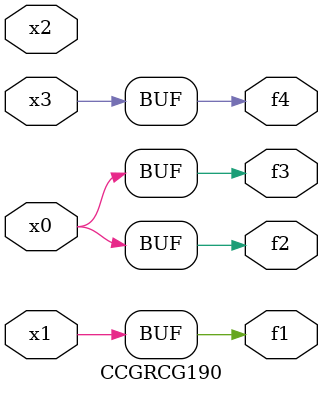
<source format=v>
module CCGRCG190(
	input x0, x1, x2, x3,
	output f1, f2, f3, f4
);
	assign f1 = x1;
	assign f2 = x0;
	assign f3 = x0;
	assign f4 = x3;
endmodule

</source>
